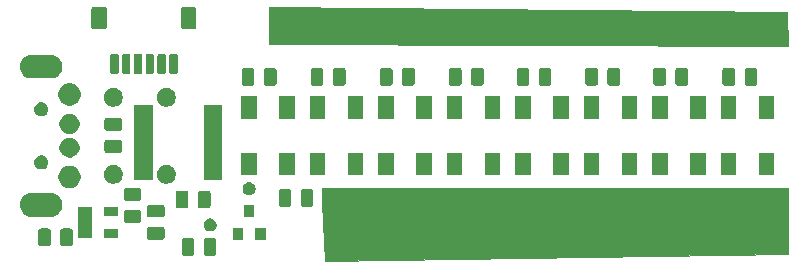
<source format=gbs>
G04 #@! TF.GenerationSoftware,KiCad,Pcbnew,(5.1.2)-1*
G04 #@! TF.CreationDate,2019-06-11T21:07:52+09:00*
G04 #@! TF.ProjectId,JuicyLight32,4a756963-794c-4696-9768-7433322e6b69,rev?*
G04 #@! TF.SameCoordinates,Original*
G04 #@! TF.FileFunction,Soldermask,Bot*
G04 #@! TF.FilePolarity,Negative*
%FSLAX46Y46*%
G04 Gerber Fmt 4.6, Leading zero omitted, Abs format (unit mm)*
G04 Created by KiCad (PCBNEW (5.1.2)-1) date 2019-06-11 21:07:52*
%MOMM*%
%LPD*%
G04 APERTURE LIST*
%ADD10C,0.100000*%
G04 APERTURE END LIST*
D10*
G36*
X165976300Y-89522300D02*
G01*
X166014400Y-92392500D01*
X122097800Y-92252800D01*
X122059700Y-90639900D01*
X122123200Y-89065100D01*
X165976300Y-89522300D01*
G37*
X165976300Y-89522300D02*
X166014400Y-92392500D01*
X122097800Y-92252800D01*
X122059700Y-90639900D01*
X122123200Y-89065100D01*
X165976300Y-89522300D01*
G36*
X166027100Y-104444800D02*
G01*
X166065200Y-110020100D01*
X126800700Y-110604000D01*
X126600000Y-105650000D01*
X126600000Y-104425000D01*
X166027100Y-104444800D01*
G37*
X166027100Y-104444800D02*
X166065200Y-110020100D01*
X126800700Y-110604000D01*
X126600000Y-105650000D01*
X126600000Y-104425000D01*
X166027100Y-104444800D01*
G36*
X117471968Y-108653565D02*
G01*
X117510638Y-108665296D01*
X117546277Y-108684346D01*
X117577517Y-108709983D01*
X117603154Y-108741223D01*
X117622204Y-108776862D01*
X117633935Y-108815532D01*
X117638500Y-108861888D01*
X117638500Y-109938112D01*
X117633935Y-109984468D01*
X117622204Y-110023138D01*
X117603154Y-110058777D01*
X117577517Y-110090017D01*
X117546277Y-110115654D01*
X117510638Y-110134704D01*
X117471968Y-110146435D01*
X117425612Y-110151000D01*
X116774388Y-110151000D01*
X116728032Y-110146435D01*
X116689362Y-110134704D01*
X116653723Y-110115654D01*
X116622483Y-110090017D01*
X116596846Y-110058777D01*
X116577796Y-110023138D01*
X116566065Y-109984468D01*
X116561500Y-109938112D01*
X116561500Y-108861888D01*
X116566065Y-108815532D01*
X116577796Y-108776862D01*
X116596846Y-108741223D01*
X116622483Y-108709983D01*
X116653723Y-108684346D01*
X116689362Y-108665296D01*
X116728032Y-108653565D01*
X116774388Y-108649000D01*
X117425612Y-108649000D01*
X117471968Y-108653565D01*
X117471968Y-108653565D01*
G37*
G36*
X115596968Y-108653565D02*
G01*
X115635638Y-108665296D01*
X115671277Y-108684346D01*
X115702517Y-108709983D01*
X115728154Y-108741223D01*
X115747204Y-108776862D01*
X115758935Y-108815532D01*
X115763500Y-108861888D01*
X115763500Y-109938112D01*
X115758935Y-109984468D01*
X115747204Y-110023138D01*
X115728154Y-110058777D01*
X115702517Y-110090017D01*
X115671277Y-110115654D01*
X115635638Y-110134704D01*
X115596968Y-110146435D01*
X115550612Y-110151000D01*
X114899388Y-110151000D01*
X114853032Y-110146435D01*
X114814362Y-110134704D01*
X114778723Y-110115654D01*
X114747483Y-110090017D01*
X114721846Y-110058777D01*
X114702796Y-110023138D01*
X114691065Y-109984468D01*
X114686500Y-109938112D01*
X114686500Y-108861888D01*
X114691065Y-108815532D01*
X114702796Y-108776862D01*
X114721846Y-108741223D01*
X114747483Y-108709983D01*
X114778723Y-108684346D01*
X114814362Y-108665296D01*
X114853032Y-108653565D01*
X114899388Y-108649000D01*
X115550612Y-108649000D01*
X115596968Y-108653565D01*
X115596968Y-108653565D01*
G37*
G36*
X105321968Y-107853565D02*
G01*
X105360638Y-107865296D01*
X105396277Y-107884346D01*
X105427517Y-107909983D01*
X105453154Y-107941223D01*
X105472204Y-107976862D01*
X105483935Y-108015532D01*
X105488500Y-108061888D01*
X105488500Y-109138112D01*
X105483935Y-109184468D01*
X105472204Y-109223138D01*
X105453154Y-109258777D01*
X105427517Y-109290017D01*
X105396277Y-109315654D01*
X105360638Y-109334704D01*
X105321968Y-109346435D01*
X105275612Y-109351000D01*
X104624388Y-109351000D01*
X104578032Y-109346435D01*
X104539362Y-109334704D01*
X104503723Y-109315654D01*
X104472483Y-109290017D01*
X104446846Y-109258777D01*
X104427796Y-109223138D01*
X104416065Y-109184468D01*
X104411500Y-109138112D01*
X104411500Y-108061888D01*
X104416065Y-108015532D01*
X104427796Y-107976862D01*
X104446846Y-107941223D01*
X104472483Y-107909983D01*
X104503723Y-107884346D01*
X104539362Y-107865296D01*
X104578032Y-107853565D01*
X104624388Y-107849000D01*
X105275612Y-107849000D01*
X105321968Y-107853565D01*
X105321968Y-107853565D01*
G37*
G36*
X103446968Y-107853565D02*
G01*
X103485638Y-107865296D01*
X103521277Y-107884346D01*
X103552517Y-107909983D01*
X103578154Y-107941223D01*
X103597204Y-107976862D01*
X103608935Y-108015532D01*
X103613500Y-108061888D01*
X103613500Y-109138112D01*
X103608935Y-109184468D01*
X103597204Y-109223138D01*
X103578154Y-109258777D01*
X103552517Y-109290017D01*
X103521277Y-109315654D01*
X103485638Y-109334704D01*
X103446968Y-109346435D01*
X103400612Y-109351000D01*
X102749388Y-109351000D01*
X102703032Y-109346435D01*
X102664362Y-109334704D01*
X102628723Y-109315654D01*
X102597483Y-109290017D01*
X102571846Y-109258777D01*
X102552796Y-109223138D01*
X102541065Y-109184468D01*
X102536500Y-109138112D01*
X102536500Y-108061888D01*
X102541065Y-108015532D01*
X102552796Y-107976862D01*
X102571846Y-107941223D01*
X102597483Y-107909983D01*
X102628723Y-107884346D01*
X102664362Y-107865296D01*
X102703032Y-107853565D01*
X102749388Y-107849000D01*
X103400612Y-107849000D01*
X103446968Y-107853565D01*
X103446968Y-107853565D01*
G37*
G36*
X119911000Y-108841000D02*
G01*
X119009000Y-108841000D01*
X119009000Y-107839000D01*
X119911000Y-107839000D01*
X119911000Y-108841000D01*
X119911000Y-108841000D01*
G37*
G36*
X121811000Y-108841000D02*
G01*
X120909000Y-108841000D01*
X120909000Y-107839000D01*
X121811000Y-107839000D01*
X121811000Y-108841000D01*
X121811000Y-108841000D01*
G37*
G36*
X113084468Y-107716065D02*
G01*
X113123138Y-107727796D01*
X113158777Y-107746846D01*
X113190017Y-107772483D01*
X113215654Y-107803723D01*
X113234704Y-107839362D01*
X113246435Y-107878032D01*
X113251000Y-107924388D01*
X113251000Y-108575612D01*
X113246435Y-108621968D01*
X113234704Y-108660638D01*
X113215654Y-108696277D01*
X113190017Y-108727517D01*
X113158777Y-108753154D01*
X113123138Y-108772204D01*
X113084468Y-108783935D01*
X113038112Y-108788500D01*
X111961888Y-108788500D01*
X111915532Y-108783935D01*
X111876862Y-108772204D01*
X111841223Y-108753154D01*
X111809983Y-108727517D01*
X111784346Y-108696277D01*
X111765296Y-108660638D01*
X111753565Y-108621968D01*
X111749000Y-108575612D01*
X111749000Y-107924388D01*
X111753565Y-107878032D01*
X111765296Y-107839362D01*
X111784346Y-107803723D01*
X111809983Y-107772483D01*
X111841223Y-107746846D01*
X111876862Y-107727796D01*
X111915532Y-107716065D01*
X111961888Y-107711500D01*
X113038112Y-107711500D01*
X113084468Y-107716065D01*
X113084468Y-107716065D01*
G37*
G36*
X109291000Y-108656000D02*
G01*
X108129000Y-108656000D01*
X108129000Y-107904000D01*
X109291000Y-107904000D01*
X109291000Y-108656000D01*
X109291000Y-108656000D01*
G37*
G36*
X107091000Y-108656000D02*
G01*
X105929000Y-108656000D01*
X105929000Y-106004000D01*
X107091000Y-106004000D01*
X107091000Y-108656000D01*
X107091000Y-108656000D01*
G37*
G36*
X117260721Y-107020174D02*
G01*
X117360995Y-107061709D01*
X117360996Y-107061710D01*
X117451242Y-107122010D01*
X117527990Y-107198758D01*
X117555973Y-107240638D01*
X117588291Y-107289005D01*
X117629826Y-107389279D01*
X117651000Y-107495730D01*
X117651000Y-107604270D01*
X117629826Y-107710721D01*
X117588291Y-107810995D01*
X117569337Y-107839362D01*
X117527990Y-107901242D01*
X117451242Y-107977990D01*
X117447111Y-107980750D01*
X117360995Y-108038291D01*
X117260721Y-108079826D01*
X117154270Y-108101000D01*
X117045730Y-108101000D01*
X116939279Y-108079826D01*
X116839005Y-108038291D01*
X116752889Y-107980750D01*
X116748758Y-107977990D01*
X116672010Y-107901242D01*
X116630663Y-107839362D01*
X116611709Y-107810995D01*
X116570174Y-107710721D01*
X116549000Y-107604270D01*
X116549000Y-107495730D01*
X116570174Y-107389279D01*
X116611709Y-107289005D01*
X116644027Y-107240638D01*
X116672010Y-107198758D01*
X116748758Y-107122010D01*
X116839004Y-107061710D01*
X116839005Y-107061709D01*
X116939279Y-107020174D01*
X117045730Y-106999000D01*
X117154270Y-106999000D01*
X117260721Y-107020174D01*
X117260721Y-107020174D01*
G37*
G36*
X111114468Y-106296065D02*
G01*
X111153138Y-106307796D01*
X111188777Y-106326846D01*
X111220017Y-106352483D01*
X111245654Y-106383723D01*
X111264704Y-106419362D01*
X111276435Y-106458032D01*
X111281000Y-106504388D01*
X111281000Y-107155612D01*
X111276435Y-107201968D01*
X111264704Y-107240638D01*
X111245654Y-107276277D01*
X111220017Y-107307517D01*
X111188777Y-107333154D01*
X111153138Y-107352204D01*
X111114468Y-107363935D01*
X111068112Y-107368500D01*
X109991888Y-107368500D01*
X109945532Y-107363935D01*
X109906862Y-107352204D01*
X109871223Y-107333154D01*
X109839983Y-107307517D01*
X109814346Y-107276277D01*
X109795296Y-107240638D01*
X109783565Y-107201968D01*
X109779000Y-107155612D01*
X109779000Y-106504388D01*
X109783565Y-106458032D01*
X109795296Y-106419362D01*
X109814346Y-106383723D01*
X109839983Y-106352483D01*
X109871223Y-106326846D01*
X109906862Y-106307796D01*
X109945532Y-106296065D01*
X109991888Y-106291500D01*
X111068112Y-106291500D01*
X111114468Y-106296065D01*
X111114468Y-106296065D01*
G37*
G36*
X113084468Y-105841065D02*
G01*
X113123138Y-105852796D01*
X113158777Y-105871846D01*
X113190017Y-105897483D01*
X113215654Y-105928723D01*
X113234704Y-105964362D01*
X113246435Y-106003032D01*
X113251000Y-106049388D01*
X113251000Y-106700612D01*
X113246435Y-106746968D01*
X113234704Y-106785638D01*
X113215654Y-106821277D01*
X113190017Y-106852517D01*
X113158777Y-106878154D01*
X113123138Y-106897204D01*
X113084468Y-106908935D01*
X113038112Y-106913500D01*
X111961888Y-106913500D01*
X111915532Y-106908935D01*
X111876862Y-106897204D01*
X111841223Y-106878154D01*
X111809983Y-106852517D01*
X111784346Y-106821277D01*
X111765296Y-106785638D01*
X111753565Y-106746968D01*
X111749000Y-106700612D01*
X111749000Y-106049388D01*
X111753565Y-106003032D01*
X111765296Y-105964362D01*
X111784346Y-105928723D01*
X111809983Y-105897483D01*
X111841223Y-105871846D01*
X111876862Y-105852796D01*
X111915532Y-105841065D01*
X111961888Y-105836500D01*
X113038112Y-105836500D01*
X113084468Y-105841065D01*
X113084468Y-105841065D01*
G37*
G36*
X103796228Y-104863483D02*
G01*
X103984922Y-104920723D01*
X104158815Y-105013671D01*
X104311239Y-105138761D01*
X104436329Y-105291185D01*
X104529277Y-105465078D01*
X104586517Y-105653772D01*
X104605843Y-105850000D01*
X104586517Y-106046228D01*
X104529277Y-106234922D01*
X104436329Y-106408815D01*
X104311239Y-106561239D01*
X104158815Y-106686329D01*
X103984922Y-106779277D01*
X103796228Y-106836517D01*
X103649175Y-106851000D01*
X101950825Y-106851000D01*
X101803772Y-106836517D01*
X101615078Y-106779277D01*
X101441185Y-106686329D01*
X101288761Y-106561239D01*
X101163671Y-106408815D01*
X101070723Y-106234922D01*
X101013483Y-106046228D01*
X100994157Y-105850000D01*
X101013483Y-105653772D01*
X101070723Y-105465078D01*
X101163671Y-105291185D01*
X101288761Y-105138761D01*
X101441185Y-105013671D01*
X101615078Y-104920723D01*
X101803772Y-104863483D01*
X101950825Y-104849000D01*
X103649175Y-104849000D01*
X103796228Y-104863483D01*
X103796228Y-104863483D01*
G37*
G36*
X120861000Y-106841000D02*
G01*
X119959000Y-106841000D01*
X119959000Y-105839000D01*
X120861000Y-105839000D01*
X120861000Y-106841000D01*
X120861000Y-106841000D01*
G37*
G36*
X109291000Y-106756000D02*
G01*
X108129000Y-106756000D01*
X108129000Y-106004000D01*
X109291000Y-106004000D01*
X109291000Y-106756000D01*
X109291000Y-106756000D01*
G37*
G36*
X115096968Y-104653565D02*
G01*
X115135638Y-104665296D01*
X115171277Y-104684346D01*
X115202517Y-104709983D01*
X115228154Y-104741223D01*
X115247204Y-104776862D01*
X115258935Y-104815532D01*
X115263500Y-104861888D01*
X115263500Y-105938112D01*
X115258935Y-105984468D01*
X115247204Y-106023138D01*
X115228154Y-106058777D01*
X115202517Y-106090017D01*
X115171277Y-106115654D01*
X115135638Y-106134704D01*
X115096968Y-106146435D01*
X115050612Y-106151000D01*
X114399388Y-106151000D01*
X114353032Y-106146435D01*
X114314362Y-106134704D01*
X114278723Y-106115654D01*
X114247483Y-106090017D01*
X114221846Y-106058777D01*
X114202796Y-106023138D01*
X114191065Y-105984468D01*
X114186500Y-105938112D01*
X114186500Y-104861888D01*
X114191065Y-104815532D01*
X114202796Y-104776862D01*
X114221846Y-104741223D01*
X114247483Y-104709983D01*
X114278723Y-104684346D01*
X114314362Y-104665296D01*
X114353032Y-104653565D01*
X114399388Y-104649000D01*
X115050612Y-104649000D01*
X115096968Y-104653565D01*
X115096968Y-104653565D01*
G37*
G36*
X116971968Y-104653565D02*
G01*
X117010638Y-104665296D01*
X117046277Y-104684346D01*
X117077517Y-104709983D01*
X117103154Y-104741223D01*
X117122204Y-104776862D01*
X117133935Y-104815532D01*
X117138500Y-104861888D01*
X117138500Y-105938112D01*
X117133935Y-105984468D01*
X117122204Y-106023138D01*
X117103154Y-106058777D01*
X117077517Y-106090017D01*
X117046277Y-106115654D01*
X117010638Y-106134704D01*
X116971968Y-106146435D01*
X116925612Y-106151000D01*
X116274388Y-106151000D01*
X116228032Y-106146435D01*
X116189362Y-106134704D01*
X116153723Y-106115654D01*
X116122483Y-106090017D01*
X116096846Y-106058777D01*
X116077796Y-106023138D01*
X116066065Y-105984468D01*
X116061500Y-105938112D01*
X116061500Y-104861888D01*
X116066065Y-104815532D01*
X116077796Y-104776862D01*
X116096846Y-104741223D01*
X116122483Y-104709983D01*
X116153723Y-104684346D01*
X116189362Y-104665296D01*
X116228032Y-104653565D01*
X116274388Y-104649000D01*
X116925612Y-104649000D01*
X116971968Y-104653565D01*
X116971968Y-104653565D01*
G37*
G36*
X125689468Y-104523565D02*
G01*
X125728138Y-104535296D01*
X125763777Y-104554346D01*
X125795017Y-104579983D01*
X125820654Y-104611223D01*
X125839704Y-104646862D01*
X125851435Y-104685532D01*
X125856000Y-104731888D01*
X125856000Y-105808112D01*
X125851435Y-105854468D01*
X125839704Y-105893138D01*
X125820654Y-105928777D01*
X125795017Y-105960017D01*
X125763777Y-105985654D01*
X125728138Y-106004704D01*
X125689468Y-106016435D01*
X125643112Y-106021000D01*
X124991888Y-106021000D01*
X124945532Y-106016435D01*
X124906862Y-106004704D01*
X124871223Y-105985654D01*
X124839983Y-105960017D01*
X124814346Y-105928777D01*
X124795296Y-105893138D01*
X124783565Y-105854468D01*
X124779000Y-105808112D01*
X124779000Y-104731888D01*
X124783565Y-104685532D01*
X124795296Y-104646862D01*
X124814346Y-104611223D01*
X124839983Y-104579983D01*
X124871223Y-104554346D01*
X124906862Y-104535296D01*
X124945532Y-104523565D01*
X124991888Y-104519000D01*
X125643112Y-104519000D01*
X125689468Y-104523565D01*
X125689468Y-104523565D01*
G37*
G36*
X123814468Y-104523565D02*
G01*
X123853138Y-104535296D01*
X123888777Y-104554346D01*
X123920017Y-104579983D01*
X123945654Y-104611223D01*
X123964704Y-104646862D01*
X123976435Y-104685532D01*
X123981000Y-104731888D01*
X123981000Y-105808112D01*
X123976435Y-105854468D01*
X123964704Y-105893138D01*
X123945654Y-105928777D01*
X123920017Y-105960017D01*
X123888777Y-105985654D01*
X123853138Y-106004704D01*
X123814468Y-106016435D01*
X123768112Y-106021000D01*
X123116888Y-106021000D01*
X123070532Y-106016435D01*
X123031862Y-106004704D01*
X122996223Y-105985654D01*
X122964983Y-105960017D01*
X122939346Y-105928777D01*
X122920296Y-105893138D01*
X122908565Y-105854468D01*
X122904000Y-105808112D01*
X122904000Y-104731888D01*
X122908565Y-104685532D01*
X122920296Y-104646862D01*
X122939346Y-104611223D01*
X122964983Y-104579983D01*
X122996223Y-104554346D01*
X123031862Y-104535296D01*
X123070532Y-104523565D01*
X123116888Y-104519000D01*
X123768112Y-104519000D01*
X123814468Y-104523565D01*
X123814468Y-104523565D01*
G37*
G36*
X111114468Y-104421065D02*
G01*
X111153138Y-104432796D01*
X111188777Y-104451846D01*
X111220017Y-104477483D01*
X111245654Y-104508723D01*
X111264704Y-104544362D01*
X111276435Y-104583032D01*
X111281000Y-104629388D01*
X111281000Y-105280612D01*
X111276435Y-105326968D01*
X111264704Y-105365638D01*
X111245654Y-105401277D01*
X111220017Y-105432517D01*
X111188777Y-105458154D01*
X111153138Y-105477204D01*
X111114468Y-105488935D01*
X111068112Y-105493500D01*
X109991888Y-105493500D01*
X109945532Y-105488935D01*
X109906862Y-105477204D01*
X109871223Y-105458154D01*
X109839983Y-105432517D01*
X109814346Y-105401277D01*
X109795296Y-105365638D01*
X109783565Y-105326968D01*
X109779000Y-105280612D01*
X109779000Y-104629388D01*
X109783565Y-104583032D01*
X109795296Y-104544362D01*
X109814346Y-104508723D01*
X109839983Y-104477483D01*
X109871223Y-104451846D01*
X109906862Y-104432796D01*
X109945532Y-104421065D01*
X109991888Y-104416500D01*
X111068112Y-104416500D01*
X111114468Y-104421065D01*
X111114468Y-104421065D01*
G37*
G36*
X120560721Y-103940174D02*
G01*
X120660995Y-103981709D01*
X120660996Y-103981710D01*
X120751242Y-104042010D01*
X120827990Y-104118758D01*
X120827991Y-104118760D01*
X120888291Y-104209005D01*
X120929826Y-104309279D01*
X120951000Y-104415730D01*
X120951000Y-104524270D01*
X120929826Y-104630721D01*
X120888291Y-104730995D01*
X120881457Y-104741223D01*
X120827990Y-104821242D01*
X120751242Y-104897990D01*
X120717221Y-104920722D01*
X120660995Y-104958291D01*
X120560721Y-104999826D01*
X120454270Y-105021000D01*
X120345730Y-105021000D01*
X120239279Y-104999826D01*
X120139005Y-104958291D01*
X120082779Y-104920722D01*
X120048758Y-104897990D01*
X119972010Y-104821242D01*
X119918543Y-104741223D01*
X119911709Y-104730995D01*
X119870174Y-104630721D01*
X119849000Y-104524270D01*
X119849000Y-104415730D01*
X119870174Y-104309279D01*
X119911709Y-104209005D01*
X119972009Y-104118760D01*
X119972010Y-104118758D01*
X120048758Y-104042010D01*
X120139004Y-103981710D01*
X120139005Y-103981709D01*
X120239279Y-103940174D01*
X120345730Y-103919000D01*
X120454270Y-103919000D01*
X120560721Y-103940174D01*
X120560721Y-103940174D01*
G37*
G36*
X105477395Y-102585546D02*
G01*
X105650466Y-102657234D01*
X105650467Y-102657235D01*
X105806227Y-102761310D01*
X105938690Y-102893773D01*
X105938691Y-102893775D01*
X106042766Y-103049534D01*
X106114454Y-103222605D01*
X106151000Y-103406333D01*
X106151000Y-103593667D01*
X106114454Y-103777395D01*
X106042766Y-103950466D01*
X106042765Y-103950467D01*
X105938690Y-104106227D01*
X105806227Y-104238690D01*
X105727818Y-104291081D01*
X105650466Y-104342766D01*
X105477395Y-104414454D01*
X105293667Y-104451000D01*
X105106333Y-104451000D01*
X104922605Y-104414454D01*
X104749534Y-104342766D01*
X104672182Y-104291081D01*
X104593773Y-104238690D01*
X104461310Y-104106227D01*
X104357235Y-103950467D01*
X104357234Y-103950466D01*
X104285546Y-103777395D01*
X104249000Y-103593667D01*
X104249000Y-103406333D01*
X104285546Y-103222605D01*
X104357234Y-103049534D01*
X104461309Y-102893775D01*
X104461310Y-102893773D01*
X104593773Y-102761310D01*
X104749533Y-102657235D01*
X104749534Y-102657234D01*
X104922605Y-102585546D01*
X105106333Y-102549000D01*
X105293667Y-102549000D01*
X105477395Y-102585546D01*
X105477395Y-102585546D01*
G37*
G36*
X109133642Y-102479781D02*
G01*
X109266179Y-102534680D01*
X109279416Y-102540163D01*
X109410608Y-102627822D01*
X109522178Y-102739392D01*
X109551048Y-102782600D01*
X109609838Y-102870586D01*
X109670219Y-103016358D01*
X109701000Y-103171107D01*
X109701000Y-103328893D01*
X109670219Y-103483642D01*
X109624646Y-103593665D01*
X109609837Y-103629416D01*
X109522178Y-103760608D01*
X109410608Y-103872178D01*
X109279416Y-103959837D01*
X109279415Y-103959838D01*
X109279414Y-103959838D01*
X109133642Y-104020219D01*
X108978893Y-104051000D01*
X108821107Y-104051000D01*
X108666358Y-104020219D01*
X108520586Y-103959838D01*
X108520585Y-103959838D01*
X108520584Y-103959837D01*
X108389392Y-103872178D01*
X108277822Y-103760608D01*
X108190163Y-103629416D01*
X108175354Y-103593665D01*
X108129781Y-103483642D01*
X108099000Y-103328893D01*
X108099000Y-103171107D01*
X108129781Y-103016358D01*
X108190162Y-102870586D01*
X108248952Y-102782600D01*
X108277822Y-102739392D01*
X108389392Y-102627822D01*
X108520584Y-102540163D01*
X108533821Y-102534680D01*
X108666358Y-102479781D01*
X108821107Y-102449000D01*
X108978893Y-102449000D01*
X109133642Y-102479781D01*
X109133642Y-102479781D01*
G37*
G36*
X113633642Y-102479781D02*
G01*
X113766179Y-102534680D01*
X113779416Y-102540163D01*
X113910608Y-102627822D01*
X114022178Y-102739392D01*
X114051048Y-102782600D01*
X114109838Y-102870586D01*
X114170219Y-103016358D01*
X114201000Y-103171107D01*
X114201000Y-103328893D01*
X114170219Y-103483642D01*
X114124646Y-103593665D01*
X114109837Y-103629416D01*
X114022178Y-103760608D01*
X113910608Y-103872178D01*
X113779416Y-103959837D01*
X113779415Y-103959838D01*
X113779414Y-103959838D01*
X113633642Y-104020219D01*
X113478893Y-104051000D01*
X113321107Y-104051000D01*
X113166358Y-104020219D01*
X113020586Y-103959838D01*
X113020585Y-103959838D01*
X113020584Y-103959837D01*
X112889392Y-103872178D01*
X112777822Y-103760608D01*
X112690163Y-103629416D01*
X112675354Y-103593665D01*
X112629781Y-103483642D01*
X112599000Y-103328893D01*
X112599000Y-103171107D01*
X112629781Y-103016358D01*
X112690162Y-102870586D01*
X112748952Y-102782600D01*
X112777822Y-102739392D01*
X112889392Y-102627822D01*
X113020584Y-102540163D01*
X113033821Y-102534680D01*
X113166358Y-102479781D01*
X113321107Y-102449000D01*
X113478893Y-102449000D01*
X113633642Y-102479781D01*
X113633642Y-102479781D01*
G37*
G36*
X118126000Y-103776000D02*
G01*
X116574000Y-103776000D01*
X116574000Y-97374000D01*
X118126000Y-97374000D01*
X118126000Y-103776000D01*
X118126000Y-103776000D01*
G37*
G36*
X112226000Y-103776000D02*
G01*
X110674000Y-103776000D01*
X110674000Y-97374000D01*
X112226000Y-97374000D01*
X112226000Y-103776000D01*
X112226000Y-103776000D01*
G37*
G36*
X147451000Y-103351000D02*
G01*
X146149000Y-103351000D01*
X146149000Y-101449000D01*
X147451000Y-101449000D01*
X147451000Y-103351000D01*
X147451000Y-103351000D01*
G37*
G36*
X161651000Y-103351000D02*
G01*
X160349000Y-103351000D01*
X160349000Y-101449000D01*
X161651000Y-101449000D01*
X161651000Y-103351000D01*
X161651000Y-103351000D01*
G37*
G36*
X164851000Y-103351000D02*
G01*
X163549000Y-103351000D01*
X163549000Y-101449000D01*
X164851000Y-101449000D01*
X164851000Y-103351000D01*
X164851000Y-103351000D01*
G37*
G36*
X141651000Y-103351000D02*
G01*
X140349000Y-103351000D01*
X140349000Y-101449000D01*
X141651000Y-101449000D01*
X141651000Y-103351000D01*
X141651000Y-103351000D01*
G37*
G36*
X126851000Y-103351000D02*
G01*
X125549000Y-103351000D01*
X125549000Y-101449000D01*
X126851000Y-101449000D01*
X126851000Y-103351000D01*
X126851000Y-103351000D01*
G37*
G36*
X130051000Y-103351000D02*
G01*
X128749000Y-103351000D01*
X128749000Y-101449000D01*
X130051000Y-101449000D01*
X130051000Y-103351000D01*
X130051000Y-103351000D01*
G37*
G36*
X144251000Y-103351000D02*
G01*
X142949000Y-103351000D01*
X142949000Y-101449000D01*
X144251000Y-101449000D01*
X144251000Y-103351000D01*
X144251000Y-103351000D01*
G37*
G36*
X159051000Y-103351000D02*
G01*
X157749000Y-103351000D01*
X157749000Y-101449000D01*
X159051000Y-101449000D01*
X159051000Y-103351000D01*
X159051000Y-103351000D01*
G37*
G36*
X150051000Y-103351000D02*
G01*
X148749000Y-103351000D01*
X148749000Y-101449000D01*
X150051000Y-101449000D01*
X150051000Y-103351000D01*
X150051000Y-103351000D01*
G37*
G36*
X121051000Y-103351000D02*
G01*
X119749000Y-103351000D01*
X119749000Y-101449000D01*
X121051000Y-101449000D01*
X121051000Y-103351000D01*
X121051000Y-103351000D01*
G37*
G36*
X124251000Y-103351000D02*
G01*
X122949000Y-103351000D01*
X122949000Y-101449000D01*
X124251000Y-101449000D01*
X124251000Y-103351000D01*
X124251000Y-103351000D01*
G37*
G36*
X132651000Y-103351000D02*
G01*
X131349000Y-103351000D01*
X131349000Y-101449000D01*
X132651000Y-101449000D01*
X132651000Y-103351000D01*
X132651000Y-103351000D01*
G37*
G36*
X153251000Y-103351000D02*
G01*
X151949000Y-103351000D01*
X151949000Y-101449000D01*
X153251000Y-101449000D01*
X153251000Y-103351000D01*
X153251000Y-103351000D01*
G37*
G36*
X155851000Y-103351000D02*
G01*
X154549000Y-103351000D01*
X154549000Y-101449000D01*
X155851000Y-101449000D01*
X155851000Y-103351000D01*
X155851000Y-103351000D01*
G37*
G36*
X135851000Y-103351000D02*
G01*
X134549000Y-103351000D01*
X134549000Y-101449000D01*
X135851000Y-101449000D01*
X135851000Y-103351000D01*
X135851000Y-103351000D01*
G37*
G36*
X138451000Y-103351000D02*
G01*
X137149000Y-103351000D01*
X137149000Y-101449000D01*
X138451000Y-101449000D01*
X138451000Y-103351000D01*
X138451000Y-103351000D01*
G37*
G36*
X102919597Y-101661015D02*
G01*
X102975305Y-101672096D01*
X103007340Y-101685365D01*
X103084680Y-101717400D01*
X103183115Y-101783173D01*
X103266827Y-101866885D01*
X103332600Y-101965320D01*
X103377904Y-102074696D01*
X103401000Y-102190805D01*
X103401000Y-102309195D01*
X103377904Y-102425304D01*
X103332600Y-102534680D01*
X103266827Y-102633115D01*
X103183115Y-102716827D01*
X103084680Y-102782600D01*
X103007340Y-102814635D01*
X102975305Y-102827904D01*
X102936601Y-102835603D01*
X102859195Y-102851000D01*
X102740805Y-102851000D01*
X102663399Y-102835603D01*
X102624695Y-102827904D01*
X102592660Y-102814635D01*
X102515320Y-102782600D01*
X102416885Y-102716827D01*
X102333173Y-102633115D01*
X102267400Y-102534680D01*
X102222096Y-102425304D01*
X102199000Y-102309195D01*
X102199000Y-102190805D01*
X102222096Y-102074696D01*
X102267400Y-101965320D01*
X102333173Y-101866885D01*
X102416885Y-101783173D01*
X102515320Y-101717400D01*
X102592660Y-101685365D01*
X102624695Y-101672096D01*
X102680403Y-101661015D01*
X102740805Y-101649000D01*
X102859195Y-101649000D01*
X102919597Y-101661015D01*
X102919597Y-101661015D01*
G37*
G36*
X105448228Y-100181703D02*
G01*
X105603100Y-100245853D01*
X105742481Y-100338985D01*
X105861015Y-100457519D01*
X105954147Y-100596900D01*
X106018297Y-100751772D01*
X106051000Y-100916184D01*
X106051000Y-101083816D01*
X106018297Y-101248228D01*
X105954147Y-101403100D01*
X105861015Y-101542481D01*
X105742481Y-101661015D01*
X105603100Y-101754147D01*
X105448228Y-101818297D01*
X105283816Y-101851000D01*
X105116184Y-101851000D01*
X104951772Y-101818297D01*
X104796900Y-101754147D01*
X104657519Y-101661015D01*
X104538985Y-101542481D01*
X104445853Y-101403100D01*
X104381703Y-101248228D01*
X104349000Y-101083816D01*
X104349000Y-100916184D01*
X104381703Y-100751772D01*
X104445853Y-100596900D01*
X104538985Y-100457519D01*
X104657519Y-100338985D01*
X104796900Y-100245853D01*
X104951772Y-100181703D01*
X105116184Y-100149000D01*
X105283816Y-100149000D01*
X105448228Y-100181703D01*
X105448228Y-100181703D01*
G37*
G36*
X109484468Y-100366065D02*
G01*
X109523138Y-100377796D01*
X109558777Y-100396846D01*
X109590017Y-100422483D01*
X109615654Y-100453723D01*
X109634704Y-100489362D01*
X109646435Y-100528032D01*
X109651000Y-100574388D01*
X109651000Y-101225612D01*
X109646435Y-101271968D01*
X109634704Y-101310638D01*
X109615654Y-101346277D01*
X109590017Y-101377517D01*
X109558777Y-101403154D01*
X109523138Y-101422204D01*
X109484468Y-101433935D01*
X109438112Y-101438500D01*
X108361888Y-101438500D01*
X108315532Y-101433935D01*
X108276862Y-101422204D01*
X108241223Y-101403154D01*
X108209983Y-101377517D01*
X108184346Y-101346277D01*
X108165296Y-101310638D01*
X108153565Y-101271968D01*
X108149000Y-101225612D01*
X108149000Y-100574388D01*
X108153565Y-100528032D01*
X108165296Y-100489362D01*
X108184346Y-100453723D01*
X108209983Y-100422483D01*
X108241223Y-100396846D01*
X108276862Y-100377796D01*
X108315532Y-100366065D01*
X108361888Y-100361500D01*
X109438112Y-100361500D01*
X109484468Y-100366065D01*
X109484468Y-100366065D01*
G37*
G36*
X105448228Y-98181703D02*
G01*
X105603100Y-98245853D01*
X105742481Y-98338985D01*
X105861015Y-98457519D01*
X105954147Y-98596900D01*
X106018297Y-98751772D01*
X106051000Y-98916184D01*
X106051000Y-99083816D01*
X106018297Y-99248228D01*
X105954147Y-99403100D01*
X105861015Y-99542481D01*
X105742481Y-99661015D01*
X105603100Y-99754147D01*
X105448228Y-99818297D01*
X105283816Y-99851000D01*
X105116184Y-99851000D01*
X104951772Y-99818297D01*
X104796900Y-99754147D01*
X104657519Y-99661015D01*
X104538985Y-99542481D01*
X104445853Y-99403100D01*
X104381703Y-99248228D01*
X104349000Y-99083816D01*
X104349000Y-98916184D01*
X104381703Y-98751772D01*
X104445853Y-98596900D01*
X104538985Y-98457519D01*
X104657519Y-98338985D01*
X104796900Y-98245853D01*
X104951772Y-98181703D01*
X105116184Y-98149000D01*
X105283816Y-98149000D01*
X105448228Y-98181703D01*
X105448228Y-98181703D01*
G37*
G36*
X109484468Y-98491065D02*
G01*
X109523138Y-98502796D01*
X109558777Y-98521846D01*
X109590017Y-98547483D01*
X109615654Y-98578723D01*
X109634704Y-98614362D01*
X109646435Y-98653032D01*
X109651000Y-98699388D01*
X109651000Y-99350612D01*
X109646435Y-99396968D01*
X109634704Y-99435638D01*
X109615654Y-99471277D01*
X109590017Y-99502517D01*
X109558777Y-99528154D01*
X109523138Y-99547204D01*
X109484468Y-99558935D01*
X109438112Y-99563500D01*
X108361888Y-99563500D01*
X108315532Y-99558935D01*
X108276862Y-99547204D01*
X108241223Y-99528154D01*
X108209983Y-99502517D01*
X108184346Y-99471277D01*
X108165296Y-99435638D01*
X108153565Y-99396968D01*
X108149000Y-99350612D01*
X108149000Y-98699388D01*
X108153565Y-98653032D01*
X108165296Y-98614362D01*
X108184346Y-98578723D01*
X108209983Y-98547483D01*
X108241223Y-98521846D01*
X108276862Y-98502796D01*
X108315532Y-98491065D01*
X108361888Y-98486500D01*
X109438112Y-98486500D01*
X109484468Y-98491065D01*
X109484468Y-98491065D01*
G37*
G36*
X147451000Y-98551000D02*
G01*
X146149000Y-98551000D01*
X146149000Y-96649000D01*
X147451000Y-96649000D01*
X147451000Y-98551000D01*
X147451000Y-98551000D01*
G37*
G36*
X132651000Y-98551000D02*
G01*
X131349000Y-98551000D01*
X131349000Y-96649000D01*
X132651000Y-96649000D01*
X132651000Y-98551000D01*
X132651000Y-98551000D01*
G37*
G36*
X161651000Y-98551000D02*
G01*
X160349000Y-98551000D01*
X160349000Y-96649000D01*
X161651000Y-96649000D01*
X161651000Y-98551000D01*
X161651000Y-98551000D01*
G37*
G36*
X153251000Y-98551000D02*
G01*
X151949000Y-98551000D01*
X151949000Y-96649000D01*
X153251000Y-96649000D01*
X153251000Y-98551000D01*
X153251000Y-98551000D01*
G37*
G36*
X150051000Y-98551000D02*
G01*
X148749000Y-98551000D01*
X148749000Y-96649000D01*
X150051000Y-96649000D01*
X150051000Y-98551000D01*
X150051000Y-98551000D01*
G37*
G36*
X135851000Y-98551000D02*
G01*
X134549000Y-98551000D01*
X134549000Y-96649000D01*
X135851000Y-96649000D01*
X135851000Y-98551000D01*
X135851000Y-98551000D01*
G37*
G36*
X164851000Y-98551000D02*
G01*
X163549000Y-98551000D01*
X163549000Y-96649000D01*
X164851000Y-96649000D01*
X164851000Y-98551000D01*
X164851000Y-98551000D01*
G37*
G36*
X141651000Y-98551000D02*
G01*
X140349000Y-98551000D01*
X140349000Y-96649000D01*
X141651000Y-96649000D01*
X141651000Y-98551000D01*
X141651000Y-98551000D01*
G37*
G36*
X138451000Y-98551000D02*
G01*
X137149000Y-98551000D01*
X137149000Y-96649000D01*
X138451000Y-96649000D01*
X138451000Y-98551000D01*
X138451000Y-98551000D01*
G37*
G36*
X126851000Y-98551000D02*
G01*
X125549000Y-98551000D01*
X125549000Y-96649000D01*
X126851000Y-96649000D01*
X126851000Y-98551000D01*
X126851000Y-98551000D01*
G37*
G36*
X124251000Y-98551000D02*
G01*
X122949000Y-98551000D01*
X122949000Y-96649000D01*
X124251000Y-96649000D01*
X124251000Y-98551000D01*
X124251000Y-98551000D01*
G37*
G36*
X121051000Y-98551000D02*
G01*
X119749000Y-98551000D01*
X119749000Y-96649000D01*
X121051000Y-96649000D01*
X121051000Y-98551000D01*
X121051000Y-98551000D01*
G37*
G36*
X159051000Y-98551000D02*
G01*
X157749000Y-98551000D01*
X157749000Y-96649000D01*
X159051000Y-96649000D01*
X159051000Y-98551000D01*
X159051000Y-98551000D01*
G37*
G36*
X155851000Y-98551000D02*
G01*
X154549000Y-98551000D01*
X154549000Y-96649000D01*
X155851000Y-96649000D01*
X155851000Y-98551000D01*
X155851000Y-98551000D01*
G37*
G36*
X144251000Y-98551000D02*
G01*
X142949000Y-98551000D01*
X142949000Y-96649000D01*
X144251000Y-96649000D01*
X144251000Y-98551000D01*
X144251000Y-98551000D01*
G37*
G36*
X130051000Y-98551000D02*
G01*
X128749000Y-98551000D01*
X128749000Y-96649000D01*
X130051000Y-96649000D01*
X130051000Y-98551000D01*
X130051000Y-98551000D01*
G37*
G36*
X102936601Y-97164397D02*
G01*
X102975305Y-97172096D01*
X103007340Y-97185365D01*
X103084680Y-97217400D01*
X103183115Y-97283173D01*
X103266827Y-97366885D01*
X103332600Y-97465320D01*
X103377904Y-97574696D01*
X103401000Y-97690805D01*
X103401000Y-97809195D01*
X103377904Y-97925304D01*
X103332600Y-98034680D01*
X103266827Y-98133115D01*
X103183115Y-98216827D01*
X103084680Y-98282600D01*
X103007340Y-98314635D01*
X102975305Y-98327904D01*
X102936601Y-98335603D01*
X102859195Y-98351000D01*
X102740805Y-98351000D01*
X102663399Y-98335603D01*
X102624695Y-98327904D01*
X102592660Y-98314635D01*
X102515320Y-98282600D01*
X102416885Y-98216827D01*
X102333173Y-98133115D01*
X102267400Y-98034680D01*
X102222096Y-97925304D01*
X102199000Y-97809195D01*
X102199000Y-97690805D01*
X102222096Y-97574696D01*
X102267400Y-97465320D01*
X102333173Y-97366885D01*
X102416885Y-97283173D01*
X102515320Y-97217400D01*
X102592660Y-97185365D01*
X102624695Y-97172096D01*
X102663399Y-97164397D01*
X102740805Y-97149000D01*
X102859195Y-97149000D01*
X102936601Y-97164397D01*
X102936601Y-97164397D01*
G37*
G36*
X109133642Y-95979781D02*
G01*
X109279414Y-96040162D01*
X109279416Y-96040163D01*
X109410608Y-96127822D01*
X109522178Y-96239392D01*
X109609837Y-96370584D01*
X109609838Y-96370586D01*
X109670219Y-96516358D01*
X109701000Y-96671107D01*
X109701000Y-96828893D01*
X109670219Y-96983642D01*
X109619443Y-97106225D01*
X109609837Y-97129416D01*
X109522178Y-97260608D01*
X109410608Y-97372178D01*
X109279416Y-97459837D01*
X109279415Y-97459838D01*
X109279414Y-97459838D01*
X109133642Y-97520219D01*
X108978893Y-97551000D01*
X108821107Y-97551000D01*
X108666358Y-97520219D01*
X108520586Y-97459838D01*
X108520585Y-97459838D01*
X108520584Y-97459837D01*
X108389392Y-97372178D01*
X108277822Y-97260608D01*
X108190163Y-97129416D01*
X108180557Y-97106225D01*
X108129781Y-96983642D01*
X108099000Y-96828893D01*
X108099000Y-96671107D01*
X108129781Y-96516358D01*
X108190162Y-96370586D01*
X108190163Y-96370584D01*
X108277822Y-96239392D01*
X108389392Y-96127822D01*
X108520584Y-96040163D01*
X108520586Y-96040162D01*
X108666358Y-95979781D01*
X108821107Y-95949000D01*
X108978893Y-95949000D01*
X109133642Y-95979781D01*
X109133642Y-95979781D01*
G37*
G36*
X113633642Y-95979781D02*
G01*
X113779414Y-96040162D01*
X113779416Y-96040163D01*
X113910608Y-96127822D01*
X114022178Y-96239392D01*
X114109837Y-96370584D01*
X114109838Y-96370586D01*
X114170219Y-96516358D01*
X114201000Y-96671107D01*
X114201000Y-96828893D01*
X114170219Y-96983642D01*
X114119443Y-97106225D01*
X114109837Y-97129416D01*
X114022178Y-97260608D01*
X113910608Y-97372178D01*
X113779416Y-97459837D01*
X113779415Y-97459838D01*
X113779414Y-97459838D01*
X113633642Y-97520219D01*
X113478893Y-97551000D01*
X113321107Y-97551000D01*
X113166358Y-97520219D01*
X113020586Y-97459838D01*
X113020585Y-97459838D01*
X113020584Y-97459837D01*
X112889392Y-97372178D01*
X112777822Y-97260608D01*
X112690163Y-97129416D01*
X112680557Y-97106225D01*
X112629781Y-96983642D01*
X112599000Y-96828893D01*
X112599000Y-96671107D01*
X112629781Y-96516358D01*
X112690162Y-96370586D01*
X112690163Y-96370584D01*
X112777822Y-96239392D01*
X112889392Y-96127822D01*
X113020584Y-96040163D01*
X113020586Y-96040162D01*
X113166358Y-95979781D01*
X113321107Y-95949000D01*
X113478893Y-95949000D01*
X113633642Y-95979781D01*
X113633642Y-95979781D01*
G37*
G36*
X105477395Y-95585546D02*
G01*
X105650466Y-95657234D01*
X105650467Y-95657235D01*
X105806227Y-95761310D01*
X105938690Y-95893773D01*
X105938691Y-95893775D01*
X106042766Y-96049534D01*
X106114454Y-96222605D01*
X106151000Y-96406333D01*
X106151000Y-96593667D01*
X106114454Y-96777395D01*
X106042766Y-96950466D01*
X106042765Y-96950467D01*
X105938690Y-97106227D01*
X105806227Y-97238690D01*
X105773424Y-97260608D01*
X105650466Y-97342766D01*
X105477395Y-97414454D01*
X105293667Y-97451000D01*
X105106333Y-97451000D01*
X104922605Y-97414454D01*
X104749534Y-97342766D01*
X104626576Y-97260608D01*
X104593773Y-97238690D01*
X104461310Y-97106227D01*
X104357235Y-96950467D01*
X104357234Y-96950466D01*
X104285546Y-96777395D01*
X104249000Y-96593667D01*
X104249000Y-96406333D01*
X104285546Y-96222605D01*
X104357234Y-96049534D01*
X104461309Y-95893775D01*
X104461310Y-95893773D01*
X104593773Y-95761310D01*
X104749533Y-95657235D01*
X104749534Y-95657234D01*
X104922605Y-95585546D01*
X105106333Y-95549000D01*
X105293667Y-95549000D01*
X105477395Y-95585546D01*
X105477395Y-95585546D01*
G37*
G36*
X120684468Y-94253565D02*
G01*
X120723138Y-94265296D01*
X120758777Y-94284346D01*
X120790017Y-94309983D01*
X120815654Y-94341223D01*
X120834704Y-94376862D01*
X120846435Y-94415532D01*
X120851000Y-94461888D01*
X120851000Y-95538112D01*
X120846435Y-95584468D01*
X120834704Y-95623138D01*
X120815654Y-95658777D01*
X120790017Y-95690017D01*
X120758777Y-95715654D01*
X120723138Y-95734704D01*
X120684468Y-95746435D01*
X120638112Y-95751000D01*
X119986888Y-95751000D01*
X119940532Y-95746435D01*
X119901862Y-95734704D01*
X119866223Y-95715654D01*
X119834983Y-95690017D01*
X119809346Y-95658777D01*
X119790296Y-95623138D01*
X119778565Y-95584468D01*
X119774000Y-95538112D01*
X119774000Y-94461888D01*
X119778565Y-94415532D01*
X119790296Y-94376862D01*
X119809346Y-94341223D01*
X119834983Y-94309983D01*
X119866223Y-94284346D01*
X119901862Y-94265296D01*
X119940532Y-94253565D01*
X119986888Y-94249000D01*
X120638112Y-94249000D01*
X120684468Y-94253565D01*
X120684468Y-94253565D01*
G37*
G36*
X122559468Y-94253565D02*
G01*
X122598138Y-94265296D01*
X122633777Y-94284346D01*
X122665017Y-94309983D01*
X122690654Y-94341223D01*
X122709704Y-94376862D01*
X122721435Y-94415532D01*
X122726000Y-94461888D01*
X122726000Y-95538112D01*
X122721435Y-95584468D01*
X122709704Y-95623138D01*
X122690654Y-95658777D01*
X122665017Y-95690017D01*
X122633777Y-95715654D01*
X122598138Y-95734704D01*
X122559468Y-95746435D01*
X122513112Y-95751000D01*
X121861888Y-95751000D01*
X121815532Y-95746435D01*
X121776862Y-95734704D01*
X121741223Y-95715654D01*
X121709983Y-95690017D01*
X121684346Y-95658777D01*
X121665296Y-95623138D01*
X121653565Y-95584468D01*
X121649000Y-95538112D01*
X121649000Y-94461888D01*
X121653565Y-94415532D01*
X121665296Y-94376862D01*
X121684346Y-94341223D01*
X121709983Y-94309983D01*
X121741223Y-94284346D01*
X121776862Y-94265296D01*
X121815532Y-94253565D01*
X121861888Y-94249000D01*
X122513112Y-94249000D01*
X122559468Y-94253565D01*
X122559468Y-94253565D01*
G37*
G36*
X163259468Y-94253565D02*
G01*
X163298138Y-94265296D01*
X163333777Y-94284346D01*
X163365017Y-94309983D01*
X163390654Y-94341223D01*
X163409704Y-94376862D01*
X163421435Y-94415532D01*
X163426000Y-94461888D01*
X163426000Y-95538112D01*
X163421435Y-95584468D01*
X163409704Y-95623138D01*
X163390654Y-95658777D01*
X163365017Y-95690017D01*
X163333777Y-95715654D01*
X163298138Y-95734704D01*
X163259468Y-95746435D01*
X163213112Y-95751000D01*
X162561888Y-95751000D01*
X162515532Y-95746435D01*
X162476862Y-95734704D01*
X162441223Y-95715654D01*
X162409983Y-95690017D01*
X162384346Y-95658777D01*
X162365296Y-95623138D01*
X162353565Y-95584468D01*
X162349000Y-95538112D01*
X162349000Y-94461888D01*
X162353565Y-94415532D01*
X162365296Y-94376862D01*
X162384346Y-94341223D01*
X162409983Y-94309983D01*
X162441223Y-94284346D01*
X162476862Y-94265296D01*
X162515532Y-94253565D01*
X162561888Y-94249000D01*
X163213112Y-94249000D01*
X163259468Y-94253565D01*
X163259468Y-94253565D01*
G37*
G36*
X128409468Y-94253565D02*
G01*
X128448138Y-94265296D01*
X128483777Y-94284346D01*
X128515017Y-94309983D01*
X128540654Y-94341223D01*
X128559704Y-94376862D01*
X128571435Y-94415532D01*
X128576000Y-94461888D01*
X128576000Y-95538112D01*
X128571435Y-95584468D01*
X128559704Y-95623138D01*
X128540654Y-95658777D01*
X128515017Y-95690017D01*
X128483777Y-95715654D01*
X128448138Y-95734704D01*
X128409468Y-95746435D01*
X128363112Y-95751000D01*
X127711888Y-95751000D01*
X127665532Y-95746435D01*
X127626862Y-95734704D01*
X127591223Y-95715654D01*
X127559983Y-95690017D01*
X127534346Y-95658777D01*
X127515296Y-95623138D01*
X127503565Y-95584468D01*
X127499000Y-95538112D01*
X127499000Y-94461888D01*
X127503565Y-94415532D01*
X127515296Y-94376862D01*
X127534346Y-94341223D01*
X127559983Y-94309983D01*
X127591223Y-94284346D01*
X127626862Y-94265296D01*
X127665532Y-94253565D01*
X127711888Y-94249000D01*
X128363112Y-94249000D01*
X128409468Y-94253565D01*
X128409468Y-94253565D01*
G37*
G36*
X126534468Y-94253565D02*
G01*
X126573138Y-94265296D01*
X126608777Y-94284346D01*
X126640017Y-94309983D01*
X126665654Y-94341223D01*
X126684704Y-94376862D01*
X126696435Y-94415532D01*
X126701000Y-94461888D01*
X126701000Y-95538112D01*
X126696435Y-95584468D01*
X126684704Y-95623138D01*
X126665654Y-95658777D01*
X126640017Y-95690017D01*
X126608777Y-95715654D01*
X126573138Y-95734704D01*
X126534468Y-95746435D01*
X126488112Y-95751000D01*
X125836888Y-95751000D01*
X125790532Y-95746435D01*
X125751862Y-95734704D01*
X125716223Y-95715654D01*
X125684983Y-95690017D01*
X125659346Y-95658777D01*
X125640296Y-95623138D01*
X125628565Y-95584468D01*
X125624000Y-95538112D01*
X125624000Y-94461888D01*
X125628565Y-94415532D01*
X125640296Y-94376862D01*
X125659346Y-94341223D01*
X125684983Y-94309983D01*
X125716223Y-94284346D01*
X125751862Y-94265296D01*
X125790532Y-94253565D01*
X125836888Y-94249000D01*
X126488112Y-94249000D01*
X126534468Y-94253565D01*
X126534468Y-94253565D01*
G37*
G36*
X132384468Y-94253565D02*
G01*
X132423138Y-94265296D01*
X132458777Y-94284346D01*
X132490017Y-94309983D01*
X132515654Y-94341223D01*
X132534704Y-94376862D01*
X132546435Y-94415532D01*
X132551000Y-94461888D01*
X132551000Y-95538112D01*
X132546435Y-95584468D01*
X132534704Y-95623138D01*
X132515654Y-95658777D01*
X132490017Y-95690017D01*
X132458777Y-95715654D01*
X132423138Y-95734704D01*
X132384468Y-95746435D01*
X132338112Y-95751000D01*
X131686888Y-95751000D01*
X131640532Y-95746435D01*
X131601862Y-95734704D01*
X131566223Y-95715654D01*
X131534983Y-95690017D01*
X131509346Y-95658777D01*
X131490296Y-95623138D01*
X131478565Y-95584468D01*
X131474000Y-95538112D01*
X131474000Y-94461888D01*
X131478565Y-94415532D01*
X131490296Y-94376862D01*
X131509346Y-94341223D01*
X131534983Y-94309983D01*
X131566223Y-94284346D01*
X131601862Y-94265296D01*
X131640532Y-94253565D01*
X131686888Y-94249000D01*
X132338112Y-94249000D01*
X132384468Y-94253565D01*
X132384468Y-94253565D01*
G37*
G36*
X134259468Y-94253565D02*
G01*
X134298138Y-94265296D01*
X134333777Y-94284346D01*
X134365017Y-94309983D01*
X134390654Y-94341223D01*
X134409704Y-94376862D01*
X134421435Y-94415532D01*
X134426000Y-94461888D01*
X134426000Y-95538112D01*
X134421435Y-95584468D01*
X134409704Y-95623138D01*
X134390654Y-95658777D01*
X134365017Y-95690017D01*
X134333777Y-95715654D01*
X134298138Y-95734704D01*
X134259468Y-95746435D01*
X134213112Y-95751000D01*
X133561888Y-95751000D01*
X133515532Y-95746435D01*
X133476862Y-95734704D01*
X133441223Y-95715654D01*
X133409983Y-95690017D01*
X133384346Y-95658777D01*
X133365296Y-95623138D01*
X133353565Y-95584468D01*
X133349000Y-95538112D01*
X133349000Y-94461888D01*
X133353565Y-94415532D01*
X133365296Y-94376862D01*
X133384346Y-94341223D01*
X133409983Y-94309983D01*
X133441223Y-94284346D01*
X133476862Y-94265296D01*
X133515532Y-94253565D01*
X133561888Y-94249000D01*
X134213112Y-94249000D01*
X134259468Y-94253565D01*
X134259468Y-94253565D01*
G37*
G36*
X140109468Y-94253565D02*
G01*
X140148138Y-94265296D01*
X140183777Y-94284346D01*
X140215017Y-94309983D01*
X140240654Y-94341223D01*
X140259704Y-94376862D01*
X140271435Y-94415532D01*
X140276000Y-94461888D01*
X140276000Y-95538112D01*
X140271435Y-95584468D01*
X140259704Y-95623138D01*
X140240654Y-95658777D01*
X140215017Y-95690017D01*
X140183777Y-95715654D01*
X140148138Y-95734704D01*
X140109468Y-95746435D01*
X140063112Y-95751000D01*
X139411888Y-95751000D01*
X139365532Y-95746435D01*
X139326862Y-95734704D01*
X139291223Y-95715654D01*
X139259983Y-95690017D01*
X139234346Y-95658777D01*
X139215296Y-95623138D01*
X139203565Y-95584468D01*
X139199000Y-95538112D01*
X139199000Y-94461888D01*
X139203565Y-94415532D01*
X139215296Y-94376862D01*
X139234346Y-94341223D01*
X139259983Y-94309983D01*
X139291223Y-94284346D01*
X139326862Y-94265296D01*
X139365532Y-94253565D01*
X139411888Y-94249000D01*
X140063112Y-94249000D01*
X140109468Y-94253565D01*
X140109468Y-94253565D01*
G37*
G36*
X143960468Y-94253565D02*
G01*
X143999138Y-94265296D01*
X144034777Y-94284346D01*
X144066017Y-94309983D01*
X144091654Y-94341223D01*
X144110704Y-94376862D01*
X144122435Y-94415532D01*
X144127000Y-94461888D01*
X144127000Y-95538112D01*
X144122435Y-95584468D01*
X144110704Y-95623138D01*
X144091654Y-95658777D01*
X144066017Y-95690017D01*
X144034777Y-95715654D01*
X143999138Y-95734704D01*
X143960468Y-95746435D01*
X143914112Y-95751000D01*
X143262888Y-95751000D01*
X143216532Y-95746435D01*
X143177862Y-95734704D01*
X143142223Y-95715654D01*
X143110983Y-95690017D01*
X143085346Y-95658777D01*
X143066296Y-95623138D01*
X143054565Y-95584468D01*
X143050000Y-95538112D01*
X143050000Y-94461888D01*
X143054565Y-94415532D01*
X143066296Y-94376862D01*
X143085346Y-94341223D01*
X143110983Y-94309983D01*
X143142223Y-94284346D01*
X143177862Y-94265296D01*
X143216532Y-94253565D01*
X143262888Y-94249000D01*
X143914112Y-94249000D01*
X143960468Y-94253565D01*
X143960468Y-94253565D01*
G37*
G36*
X145835468Y-94253565D02*
G01*
X145874138Y-94265296D01*
X145909777Y-94284346D01*
X145941017Y-94309983D01*
X145966654Y-94341223D01*
X145985704Y-94376862D01*
X145997435Y-94415532D01*
X146002000Y-94461888D01*
X146002000Y-95538112D01*
X145997435Y-95584468D01*
X145985704Y-95623138D01*
X145966654Y-95658777D01*
X145941017Y-95690017D01*
X145909777Y-95715654D01*
X145874138Y-95734704D01*
X145835468Y-95746435D01*
X145789112Y-95751000D01*
X145137888Y-95751000D01*
X145091532Y-95746435D01*
X145052862Y-95734704D01*
X145017223Y-95715654D01*
X144985983Y-95690017D01*
X144960346Y-95658777D01*
X144941296Y-95623138D01*
X144929565Y-95584468D01*
X144925000Y-95538112D01*
X144925000Y-94461888D01*
X144929565Y-94415532D01*
X144941296Y-94376862D01*
X144960346Y-94341223D01*
X144985983Y-94309983D01*
X145017223Y-94284346D01*
X145052862Y-94265296D01*
X145091532Y-94253565D01*
X145137888Y-94249000D01*
X145789112Y-94249000D01*
X145835468Y-94253565D01*
X145835468Y-94253565D01*
G37*
G36*
X151646968Y-94253565D02*
G01*
X151685638Y-94265296D01*
X151721277Y-94284346D01*
X151752517Y-94309983D01*
X151778154Y-94341223D01*
X151797204Y-94376862D01*
X151808935Y-94415532D01*
X151813500Y-94461888D01*
X151813500Y-95538112D01*
X151808935Y-95584468D01*
X151797204Y-95623138D01*
X151778154Y-95658777D01*
X151752517Y-95690017D01*
X151721277Y-95715654D01*
X151685638Y-95734704D01*
X151646968Y-95746435D01*
X151600612Y-95751000D01*
X150949388Y-95751000D01*
X150903032Y-95746435D01*
X150864362Y-95734704D01*
X150828723Y-95715654D01*
X150797483Y-95690017D01*
X150771846Y-95658777D01*
X150752796Y-95623138D01*
X150741065Y-95584468D01*
X150736500Y-95538112D01*
X150736500Y-94461888D01*
X150741065Y-94415532D01*
X150752796Y-94376862D01*
X150771846Y-94341223D01*
X150797483Y-94309983D01*
X150828723Y-94284346D01*
X150864362Y-94265296D01*
X150903032Y-94253565D01*
X150949388Y-94249000D01*
X151600612Y-94249000D01*
X151646968Y-94253565D01*
X151646968Y-94253565D01*
G37*
G36*
X149771968Y-94253565D02*
G01*
X149810638Y-94265296D01*
X149846277Y-94284346D01*
X149877517Y-94309983D01*
X149903154Y-94341223D01*
X149922204Y-94376862D01*
X149933935Y-94415532D01*
X149938500Y-94461888D01*
X149938500Y-95538112D01*
X149933935Y-95584468D01*
X149922204Y-95623138D01*
X149903154Y-95658777D01*
X149877517Y-95690017D01*
X149846277Y-95715654D01*
X149810638Y-95734704D01*
X149771968Y-95746435D01*
X149725612Y-95751000D01*
X149074388Y-95751000D01*
X149028032Y-95746435D01*
X148989362Y-95734704D01*
X148953723Y-95715654D01*
X148922483Y-95690017D01*
X148896846Y-95658777D01*
X148877796Y-95623138D01*
X148866065Y-95584468D01*
X148861500Y-95538112D01*
X148861500Y-94461888D01*
X148866065Y-94415532D01*
X148877796Y-94376862D01*
X148896846Y-94341223D01*
X148922483Y-94309983D01*
X148953723Y-94284346D01*
X148989362Y-94265296D01*
X149028032Y-94253565D01*
X149074388Y-94249000D01*
X149725612Y-94249000D01*
X149771968Y-94253565D01*
X149771968Y-94253565D01*
G37*
G36*
X155534468Y-94253565D02*
G01*
X155573138Y-94265296D01*
X155608777Y-94284346D01*
X155640017Y-94309983D01*
X155665654Y-94341223D01*
X155684704Y-94376862D01*
X155696435Y-94415532D01*
X155701000Y-94461888D01*
X155701000Y-95538112D01*
X155696435Y-95584468D01*
X155684704Y-95623138D01*
X155665654Y-95658777D01*
X155640017Y-95690017D01*
X155608777Y-95715654D01*
X155573138Y-95734704D01*
X155534468Y-95746435D01*
X155488112Y-95751000D01*
X154836888Y-95751000D01*
X154790532Y-95746435D01*
X154751862Y-95734704D01*
X154716223Y-95715654D01*
X154684983Y-95690017D01*
X154659346Y-95658777D01*
X154640296Y-95623138D01*
X154628565Y-95584468D01*
X154624000Y-95538112D01*
X154624000Y-94461888D01*
X154628565Y-94415532D01*
X154640296Y-94376862D01*
X154659346Y-94341223D01*
X154684983Y-94309983D01*
X154716223Y-94284346D01*
X154751862Y-94265296D01*
X154790532Y-94253565D01*
X154836888Y-94249000D01*
X155488112Y-94249000D01*
X155534468Y-94253565D01*
X155534468Y-94253565D01*
G37*
G36*
X161384468Y-94253565D02*
G01*
X161423138Y-94265296D01*
X161458777Y-94284346D01*
X161490017Y-94309983D01*
X161515654Y-94341223D01*
X161534704Y-94376862D01*
X161546435Y-94415532D01*
X161551000Y-94461888D01*
X161551000Y-95538112D01*
X161546435Y-95584468D01*
X161534704Y-95623138D01*
X161515654Y-95658777D01*
X161490017Y-95690017D01*
X161458777Y-95715654D01*
X161423138Y-95734704D01*
X161384468Y-95746435D01*
X161338112Y-95751000D01*
X160686888Y-95751000D01*
X160640532Y-95746435D01*
X160601862Y-95734704D01*
X160566223Y-95715654D01*
X160534983Y-95690017D01*
X160509346Y-95658777D01*
X160490296Y-95623138D01*
X160478565Y-95584468D01*
X160474000Y-95538112D01*
X160474000Y-94461888D01*
X160478565Y-94415532D01*
X160490296Y-94376862D01*
X160509346Y-94341223D01*
X160534983Y-94309983D01*
X160566223Y-94284346D01*
X160601862Y-94265296D01*
X160640532Y-94253565D01*
X160686888Y-94249000D01*
X161338112Y-94249000D01*
X161384468Y-94253565D01*
X161384468Y-94253565D01*
G37*
G36*
X157409468Y-94253565D02*
G01*
X157448138Y-94265296D01*
X157483777Y-94284346D01*
X157515017Y-94309983D01*
X157540654Y-94341223D01*
X157559704Y-94376862D01*
X157571435Y-94415532D01*
X157576000Y-94461888D01*
X157576000Y-95538112D01*
X157571435Y-95584468D01*
X157559704Y-95623138D01*
X157540654Y-95658777D01*
X157515017Y-95690017D01*
X157483777Y-95715654D01*
X157448138Y-95734704D01*
X157409468Y-95746435D01*
X157363112Y-95751000D01*
X156711888Y-95751000D01*
X156665532Y-95746435D01*
X156626862Y-95734704D01*
X156591223Y-95715654D01*
X156559983Y-95690017D01*
X156534346Y-95658777D01*
X156515296Y-95623138D01*
X156503565Y-95584468D01*
X156499000Y-95538112D01*
X156499000Y-94461888D01*
X156503565Y-94415532D01*
X156515296Y-94376862D01*
X156534346Y-94341223D01*
X156559983Y-94309983D01*
X156591223Y-94284346D01*
X156626862Y-94265296D01*
X156665532Y-94253565D01*
X156711888Y-94249000D01*
X157363112Y-94249000D01*
X157409468Y-94253565D01*
X157409468Y-94253565D01*
G37*
G36*
X138234468Y-94253565D02*
G01*
X138273138Y-94265296D01*
X138308777Y-94284346D01*
X138340017Y-94309983D01*
X138365654Y-94341223D01*
X138384704Y-94376862D01*
X138396435Y-94415532D01*
X138401000Y-94461888D01*
X138401000Y-95538112D01*
X138396435Y-95584468D01*
X138384704Y-95623138D01*
X138365654Y-95658777D01*
X138340017Y-95690017D01*
X138308777Y-95715654D01*
X138273138Y-95734704D01*
X138234468Y-95746435D01*
X138188112Y-95751000D01*
X137536888Y-95751000D01*
X137490532Y-95746435D01*
X137451862Y-95734704D01*
X137416223Y-95715654D01*
X137384983Y-95690017D01*
X137359346Y-95658777D01*
X137340296Y-95623138D01*
X137328565Y-95584468D01*
X137324000Y-95538112D01*
X137324000Y-94461888D01*
X137328565Y-94415532D01*
X137340296Y-94376862D01*
X137359346Y-94341223D01*
X137384983Y-94309983D01*
X137416223Y-94284346D01*
X137451862Y-94265296D01*
X137490532Y-94253565D01*
X137536888Y-94249000D01*
X138188112Y-94249000D01*
X138234468Y-94253565D01*
X138234468Y-94253565D01*
G37*
G36*
X103796228Y-93163483D02*
G01*
X103984922Y-93220723D01*
X104158815Y-93313671D01*
X104311239Y-93438761D01*
X104436329Y-93591185D01*
X104529277Y-93765078D01*
X104586517Y-93953772D01*
X104605843Y-94150000D01*
X104586517Y-94346228D01*
X104529277Y-94534922D01*
X104436329Y-94708815D01*
X104311239Y-94861239D01*
X104158815Y-94986329D01*
X103984922Y-95079277D01*
X103796228Y-95136517D01*
X103649175Y-95151000D01*
X101950825Y-95151000D01*
X101803772Y-95136517D01*
X101615078Y-95079277D01*
X101441185Y-94986329D01*
X101288761Y-94861239D01*
X101163671Y-94708815D01*
X101070723Y-94534922D01*
X101013483Y-94346228D01*
X100994157Y-94150000D01*
X101013483Y-93953772D01*
X101070723Y-93765078D01*
X101163671Y-93591185D01*
X101288761Y-93438761D01*
X101441185Y-93313671D01*
X101615078Y-93220723D01*
X101803772Y-93163483D01*
X101950825Y-93149000D01*
X103649175Y-93149000D01*
X103796228Y-93163483D01*
X103796228Y-93163483D01*
G37*
G36*
X113259928Y-93096764D02*
G01*
X113281009Y-93103160D01*
X113300445Y-93113548D01*
X113317476Y-93127524D01*
X113331452Y-93144555D01*
X113341840Y-93163991D01*
X113348236Y-93185072D01*
X113351000Y-93213140D01*
X113351000Y-94626860D01*
X113348236Y-94654928D01*
X113341840Y-94676009D01*
X113331452Y-94695445D01*
X113317476Y-94712476D01*
X113300445Y-94726452D01*
X113281009Y-94736840D01*
X113259928Y-94743236D01*
X113231860Y-94746000D01*
X112768140Y-94746000D01*
X112740072Y-94743236D01*
X112718991Y-94736840D01*
X112699555Y-94726452D01*
X112682524Y-94712476D01*
X112668548Y-94695445D01*
X112658160Y-94676009D01*
X112651764Y-94654928D01*
X112649000Y-94626860D01*
X112649000Y-93213140D01*
X112651764Y-93185072D01*
X112658160Y-93163991D01*
X112668548Y-93144555D01*
X112682524Y-93127524D01*
X112699555Y-93113548D01*
X112718991Y-93103160D01*
X112740072Y-93096764D01*
X112768140Y-93094000D01*
X113231860Y-93094000D01*
X113259928Y-93096764D01*
X113259928Y-93096764D01*
G37*
G36*
X114259928Y-93096764D02*
G01*
X114281009Y-93103160D01*
X114300445Y-93113548D01*
X114317476Y-93127524D01*
X114331452Y-93144555D01*
X114341840Y-93163991D01*
X114348236Y-93185072D01*
X114351000Y-93213140D01*
X114351000Y-94626860D01*
X114348236Y-94654928D01*
X114341840Y-94676009D01*
X114331452Y-94695445D01*
X114317476Y-94712476D01*
X114300445Y-94726452D01*
X114281009Y-94736840D01*
X114259928Y-94743236D01*
X114231860Y-94746000D01*
X113768140Y-94746000D01*
X113740072Y-94743236D01*
X113718991Y-94736840D01*
X113699555Y-94726452D01*
X113682524Y-94712476D01*
X113668548Y-94695445D01*
X113658160Y-94676009D01*
X113651764Y-94654928D01*
X113649000Y-94626860D01*
X113649000Y-93213140D01*
X113651764Y-93185072D01*
X113658160Y-93163991D01*
X113668548Y-93144555D01*
X113682524Y-93127524D01*
X113699555Y-93113548D01*
X113718991Y-93103160D01*
X113740072Y-93096764D01*
X113768140Y-93094000D01*
X114231860Y-93094000D01*
X114259928Y-93096764D01*
X114259928Y-93096764D01*
G37*
G36*
X112259928Y-93096764D02*
G01*
X112281009Y-93103160D01*
X112300445Y-93113548D01*
X112317476Y-93127524D01*
X112331452Y-93144555D01*
X112341840Y-93163991D01*
X112348236Y-93185072D01*
X112351000Y-93213140D01*
X112351000Y-94626860D01*
X112348236Y-94654928D01*
X112341840Y-94676009D01*
X112331452Y-94695445D01*
X112317476Y-94712476D01*
X112300445Y-94726452D01*
X112281009Y-94736840D01*
X112259928Y-94743236D01*
X112231860Y-94746000D01*
X111768140Y-94746000D01*
X111740072Y-94743236D01*
X111718991Y-94736840D01*
X111699555Y-94726452D01*
X111682524Y-94712476D01*
X111668548Y-94695445D01*
X111658160Y-94676009D01*
X111651764Y-94654928D01*
X111649000Y-94626860D01*
X111649000Y-93213140D01*
X111651764Y-93185072D01*
X111658160Y-93163991D01*
X111668548Y-93144555D01*
X111682524Y-93127524D01*
X111699555Y-93113548D01*
X111718991Y-93103160D01*
X111740072Y-93096764D01*
X111768140Y-93094000D01*
X112231860Y-93094000D01*
X112259928Y-93096764D01*
X112259928Y-93096764D01*
G37*
G36*
X111259928Y-93096764D02*
G01*
X111281009Y-93103160D01*
X111300445Y-93113548D01*
X111317476Y-93127524D01*
X111331452Y-93144555D01*
X111341840Y-93163991D01*
X111348236Y-93185072D01*
X111351000Y-93213140D01*
X111351000Y-94626860D01*
X111348236Y-94654928D01*
X111341840Y-94676009D01*
X111331452Y-94695445D01*
X111317476Y-94712476D01*
X111300445Y-94726452D01*
X111281009Y-94736840D01*
X111259928Y-94743236D01*
X111231860Y-94746000D01*
X110768140Y-94746000D01*
X110740072Y-94743236D01*
X110718991Y-94736840D01*
X110699555Y-94726452D01*
X110682524Y-94712476D01*
X110668548Y-94695445D01*
X110658160Y-94676009D01*
X110651764Y-94654928D01*
X110649000Y-94626860D01*
X110649000Y-93213140D01*
X110651764Y-93185072D01*
X110658160Y-93163991D01*
X110668548Y-93144555D01*
X110682524Y-93127524D01*
X110699555Y-93113548D01*
X110718991Y-93103160D01*
X110740072Y-93096764D01*
X110768140Y-93094000D01*
X111231860Y-93094000D01*
X111259928Y-93096764D01*
X111259928Y-93096764D01*
G37*
G36*
X110259928Y-93096764D02*
G01*
X110281009Y-93103160D01*
X110300445Y-93113548D01*
X110317476Y-93127524D01*
X110331452Y-93144555D01*
X110341840Y-93163991D01*
X110348236Y-93185072D01*
X110351000Y-93213140D01*
X110351000Y-94626860D01*
X110348236Y-94654928D01*
X110341840Y-94676009D01*
X110331452Y-94695445D01*
X110317476Y-94712476D01*
X110300445Y-94726452D01*
X110281009Y-94736840D01*
X110259928Y-94743236D01*
X110231860Y-94746000D01*
X109768140Y-94746000D01*
X109740072Y-94743236D01*
X109718991Y-94736840D01*
X109699555Y-94726452D01*
X109682524Y-94712476D01*
X109668548Y-94695445D01*
X109658160Y-94676009D01*
X109651764Y-94654928D01*
X109649000Y-94626860D01*
X109649000Y-93213140D01*
X109651764Y-93185072D01*
X109658160Y-93163991D01*
X109668548Y-93144555D01*
X109682524Y-93127524D01*
X109699555Y-93113548D01*
X109718991Y-93103160D01*
X109740072Y-93096764D01*
X109768140Y-93094000D01*
X110231860Y-93094000D01*
X110259928Y-93096764D01*
X110259928Y-93096764D01*
G37*
G36*
X109259928Y-93096764D02*
G01*
X109281009Y-93103160D01*
X109300445Y-93113548D01*
X109317476Y-93127524D01*
X109331452Y-93144555D01*
X109341840Y-93163991D01*
X109348236Y-93185072D01*
X109351000Y-93213140D01*
X109351000Y-94626860D01*
X109348236Y-94654928D01*
X109341840Y-94676009D01*
X109331452Y-94695445D01*
X109317476Y-94712476D01*
X109300445Y-94726452D01*
X109281009Y-94736840D01*
X109259928Y-94743236D01*
X109231860Y-94746000D01*
X108768140Y-94746000D01*
X108740072Y-94743236D01*
X108718991Y-94736840D01*
X108699555Y-94726452D01*
X108682524Y-94712476D01*
X108668548Y-94695445D01*
X108658160Y-94676009D01*
X108651764Y-94654928D01*
X108649000Y-94626860D01*
X108649000Y-93213140D01*
X108651764Y-93185072D01*
X108658160Y-93163991D01*
X108668548Y-93144555D01*
X108682524Y-93127524D01*
X108699555Y-93113548D01*
X108718991Y-93103160D01*
X108740072Y-93096764D01*
X108768140Y-93094000D01*
X109231860Y-93094000D01*
X109259928Y-93096764D01*
X109259928Y-93096764D01*
G37*
G36*
X108191656Y-89098394D02*
G01*
X108228656Y-89109618D01*
X108262748Y-89127840D01*
X108292634Y-89152366D01*
X108317160Y-89182252D01*
X108335382Y-89216344D01*
X108346606Y-89253344D01*
X108351000Y-89297956D01*
X108351000Y-90792044D01*
X108346606Y-90836656D01*
X108335382Y-90873656D01*
X108317160Y-90907748D01*
X108292634Y-90937634D01*
X108262748Y-90962160D01*
X108228656Y-90980382D01*
X108191656Y-90991606D01*
X108147044Y-90996000D01*
X107252956Y-90996000D01*
X107208344Y-90991606D01*
X107171344Y-90980382D01*
X107137252Y-90962160D01*
X107107366Y-90937634D01*
X107082840Y-90907748D01*
X107064618Y-90873656D01*
X107053394Y-90836656D01*
X107049000Y-90792044D01*
X107049000Y-89297956D01*
X107053394Y-89253344D01*
X107064618Y-89216344D01*
X107082840Y-89182252D01*
X107107366Y-89152366D01*
X107137252Y-89127840D01*
X107171344Y-89109618D01*
X107208344Y-89098394D01*
X107252956Y-89094000D01*
X108147044Y-89094000D01*
X108191656Y-89098394D01*
X108191656Y-89098394D01*
G37*
G36*
X115791656Y-89098394D02*
G01*
X115828656Y-89109618D01*
X115862748Y-89127840D01*
X115892634Y-89152366D01*
X115917160Y-89182252D01*
X115935382Y-89216344D01*
X115946606Y-89253344D01*
X115951000Y-89297956D01*
X115951000Y-90792044D01*
X115946606Y-90836656D01*
X115935382Y-90873656D01*
X115917160Y-90907748D01*
X115892634Y-90937634D01*
X115862748Y-90962160D01*
X115828656Y-90980382D01*
X115791656Y-90991606D01*
X115747044Y-90996000D01*
X114852956Y-90996000D01*
X114808344Y-90991606D01*
X114771344Y-90980382D01*
X114737252Y-90962160D01*
X114707366Y-90937634D01*
X114682840Y-90907748D01*
X114664618Y-90873656D01*
X114653394Y-90836656D01*
X114649000Y-90792044D01*
X114649000Y-89297956D01*
X114653394Y-89253344D01*
X114664618Y-89216344D01*
X114682840Y-89182252D01*
X114707366Y-89152366D01*
X114737252Y-89127840D01*
X114771344Y-89109618D01*
X114808344Y-89098394D01*
X114852956Y-89094000D01*
X115747044Y-89094000D01*
X115791656Y-89098394D01*
X115791656Y-89098394D01*
G37*
M02*

</source>
